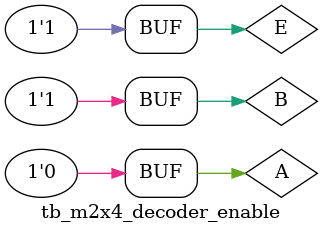
<source format=v>
`timescale 1ns/100ps
module m2x4_decoder_enable(D,A,B,E);

input wire A,B,E;
output reg [3:0] D;

always@ (A,B,E) begin

    if(E==1)begin
        D<=4'b1111;
    end

    else begin
        if(B==0&&A==0) D<=4'b0111;
        else if(B==1&&A==0) D<=4'b1011;
        else if(B==0&&A==1) D<=4'b1101;
        else D<=4'b1110;
    end
end

endmodule

module tb_m2x4_decoder_enable();

    reg A,B,E;
    wire [3:0] D;

    m2x4_decoder_enable test_2x4dec(D,A,B,E);

    initial begin

        A=0; B=0; E=0;
        #250 A=1; B=0; E=0;
        #250 A=0; B=1; E=0;
        #250 A=1; B=1; E=0;
        #250 A=1; B=0; E=1;
        #250 A=1; B=1; E=1;
        #250 A=0; B=1; E=1;

    end

endmodule






</source>
